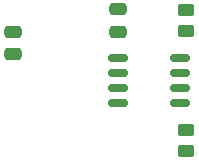
<source format=gbr>
%TF.GenerationSoftware,KiCad,Pcbnew,7.0.10*%
%TF.CreationDate,2024-01-17T19:35:15+01:00*%
%TF.ProjectId,RFM69CW_868,52464d36-3943-4575-9f38-36382e6b6963,rev?*%
%TF.SameCoordinates,Original*%
%TF.FileFunction,Paste,Bot*%
%TF.FilePolarity,Positive*%
%FSLAX46Y46*%
G04 Gerber Fmt 4.6, Leading zero omitted, Abs format (unit mm)*
G04 Created by KiCad (PCBNEW 7.0.10) date 2024-01-17 19:35:15*
%MOMM*%
%LPD*%
G01*
G04 APERTURE LIST*
G04 Aperture macros list*
%AMRoundRect*
0 Rectangle with rounded corners*
0 $1 Rounding radius*
0 $2 $3 $4 $5 $6 $7 $8 $9 X,Y pos of 4 corners*
0 Add a 4 corners polygon primitive as box body*
4,1,4,$2,$3,$4,$5,$6,$7,$8,$9,$2,$3,0*
0 Add four circle primitives for the rounded corners*
1,1,$1+$1,$2,$3*
1,1,$1+$1,$4,$5*
1,1,$1+$1,$6,$7*
1,1,$1+$1,$8,$9*
0 Add four rect primitives between the rounded corners*
20,1,$1+$1,$2,$3,$4,$5,0*
20,1,$1+$1,$4,$5,$6,$7,0*
20,1,$1+$1,$6,$7,$8,$9,0*
20,1,$1+$1,$8,$9,$2,$3,0*%
G04 Aperture macros list end*
%ADD10RoundRect,0.250000X-0.475000X0.250000X-0.475000X-0.250000X0.475000X-0.250000X0.475000X0.250000X0*%
%ADD11RoundRect,0.250000X0.450000X-0.262500X0.450000X0.262500X-0.450000X0.262500X-0.450000X-0.262500X0*%
%ADD12RoundRect,0.250000X-0.450000X0.262500X-0.450000X-0.262500X0.450000X-0.262500X0.450000X0.262500X0*%
%ADD13RoundRect,0.250000X0.475000X-0.250000X0.475000X0.250000X-0.475000X0.250000X-0.475000X-0.250000X0*%
%ADD14RoundRect,0.150000X0.675000X0.150000X-0.675000X0.150000X-0.675000X-0.150000X0.675000X-0.150000X0*%
G04 APERTURE END LIST*
D10*
%TO.C,C1*%
X129540000Y-45405000D03*
X129540000Y-47305000D03*
%TD*%
D11*
%TO.C,R2*%
X144145000Y-55522500D03*
X144145000Y-53697500D03*
%TD*%
D12*
%TO.C,R1*%
X144145000Y-43537500D03*
X144145000Y-45362500D03*
%TD*%
D13*
%TO.C,C2*%
X138430000Y-45400000D03*
X138430000Y-43500000D03*
%TD*%
D14*
%TO.C,U2*%
X143680000Y-47625000D03*
X143680000Y-48895000D03*
X143680000Y-50165000D03*
X143680000Y-51435000D03*
X138430000Y-51435000D03*
X138430000Y-50165000D03*
X138430000Y-48895000D03*
X138430000Y-47625000D03*
%TD*%
M02*

</source>
